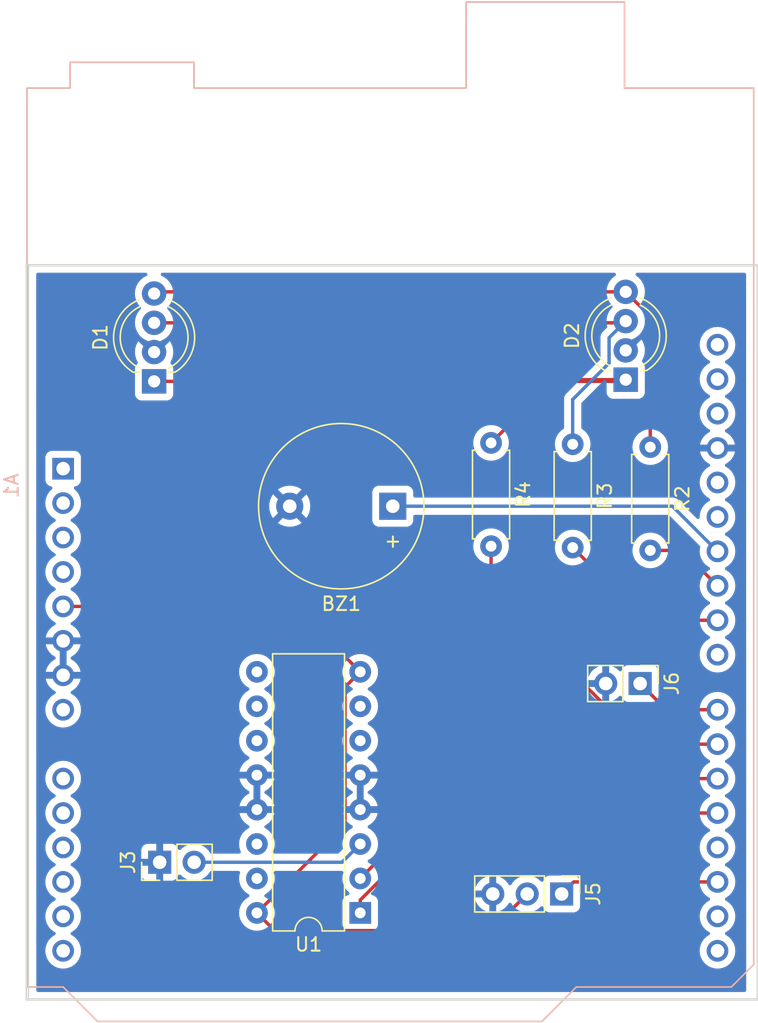
<source format=kicad_pcb>
(kicad_pcb (version 20211014) (generator pcbnew)
  (layers (0 "F.Cu" signal) (31 "B.Cu" signal) (34 "B.Paste" user) (35 "F.Paste" user) (36 "B.SilkS" user "B.Silkscreen") (37 "F.SilkS" user "F.Silkscreen") (38 "B.Mask" user) (39 "F.Mask" user) (44 "Edge.Cuts" user))
  (net 0 "")
  (net 1 "Net-(D1-Pad1)")
  (net 2 "GND")
  (net 3 "Net-(D1-Pad3)")
  (net 4 "Net-(D1-Pad4)")
  (net 5 "Net-(J3-Pad2)")
  (net 17 "/5v")
  (net 27 "/D2")
  (net 29 "/D4")
  (net 30 "/PWM5")
  (net 31 "/PWM6")
  (net 32 "/D7")
  (net 34 "/PWM9")
  (net 35 "/pwm10")
  (net 36 "/pwm11")
  (footprint "LED_THT:LED_D5.0mm-4_RGB_Wide_Pins" (layer "F.Cu") (at 116.038 70.542 90)
    (fp_text reference "D1" (at 3.2385 -3.96 90) (layer "F.SilkS"))
    (fp_text value "LED_BKGR")
    (fp_line (start 0.6785 1.08) (end 0.6785 1.545) (layer "F.SilkS") (width 0.12))
    (fp_line (start 0.6785 -1.545) (end 0.6785 -1.08) (layer "F.SilkS") (width 0.12))
    (fp_arc (start 6.026315 1.080827) (mid 3.496956 2.978808) (end 0.6785 1.54483) (layer "F.SilkS") (width 0.12))
    (fp_arc (start 5.492979 1.080429) (mid 3.238262 2.5) (end 0.983816 1.08) (layer "F.SilkS") (width 0.12))
    (fp_arc (start 0.983816 -1.08) (mid 3.238262 -2.5) (end 5.492979 -1.080429) (layer "F.SilkS") (width 0.12))
    (fp_arc (start 0.6785 -1.54483) (mid 3.496956 -2.978809) (end 6.026315 -1.080827) (layer "F.SilkS") (width 0.12))
    (pad "1" thru_hole rect (at 0 0 90) (size 1.8 1.8) (drill 0.9) (layers *.Cu *.Mask) (net 1 "Net-(D1-Pad1)"))
    (pad "2" thru_hole circle (at 2.159 0 90) (size 1.8 1.8) (drill 0.9) (layers *.Cu *.Mask) (net 2 "GND"))
    (pad "3" thru_hole circle (at 4.318 0 90) (size 1.8 1.8) (drill 0.9) (layers *.Cu *.Mask) (net 3 "Net-(D1-Pad3)"))
    (pad "4" thru_hole circle (at 6.477 0 90) (size 1.8 1.8) (drill 0.9) (layers *.Cu *.Mask) (net 4 "Net-(D1-Pad4)"))
  )
  (footprint "Resistor_THT:R_Axial_DIN0207_L6.3mm_D2.5mm_P7.62mm_Horizontal" (layer "F.Cu") (at 152.63 75.39 -90)
    (fp_text reference "R2" (at 3.81 -2.37 90) (layer "F.SilkS"))
    (fp_text value "R")
    (fp_line (start 0.54 1.37) (end 7.08 1.37) (layer "F.SilkS") (width 0.12))
    (fp_line (start 7.08 -1.37) (end 7.08 -1.04) (layer "F.SilkS") (width 0.12))
    (fp_line (start 0.54 1.04) (end 0.54 1.37) (layer "F.SilkS") (width 0.12))
    (fp_line (start 7.08 1.37) (end 7.08 1.04) (layer "F.SilkS") (width 0.12))
    (fp_line (start 0.54 -1.37) (end 7.08 -1.37) (layer "F.SilkS") (width 0.12))
    (fp_line (start 0.54 -1.04) (end 0.54 -1.37) (layer "F.SilkS") (width 0.12))
    (pad "1" thru_hole circle (at 0 0 270) (size 1.6 1.6) (drill 0.8) (layers *.Cu *.Mask) (net 4 "Net-(D1-Pad4)"))
    (pad "2" thru_hole oval (at 7.62 0 270) (size 1.6 1.6) (drill 0.8) (layers *.Cu *.Mask) (net 35 "/pwm10"))
  )
  (footprint "Connector_PinHeader_2.54mm:PinHeader_1x03_P2.54mm_Vertical" (layer "F.Cu") (at 146.095 108.35 -90)
    (fp_text reference "J5" (at 0 -2.33 90) (layer "F.SilkS"))
    (fp_text value "Conn_01x03")
    (fp_line (start 1.33 1.27) (end 1.33 6.41) (layer "F.SilkS") (width 0.12))
    (fp_line (start -1.33 6.41) (end 1.33 6.41) (layer "F.SilkS") (width 0.12))
    (fp_line (start -1.33 1.27) (end -1.33 6.41) (layer "F.SilkS") (width 0.12))
    (fp_line (start -1.33 1.27) (end 1.33 1.27) (layer "F.SilkS") (width 0.12))
    (fp_line (start -1.33 -1.33) (end 0 -1.33) (layer "F.SilkS") (width 0.12))
    (fp_line (start -1.33 0) (end -1.33 -1.33) (layer "F.SilkS") (width 0.12))
    (pad "1" thru_hole rect (at 0 0 270) (size 1.7 1.7) (drill 1) (layers *.Cu *.Mask) (net 27 "/D2"))
    (pad "2" thru_hole oval (at 0 2.54 270) (size 1.7 1.7) (drill 1) (layers *.Cu *.Mask) (net 17 "/5v"))
    (pad "3" thru_hole oval (at 0 5.08 270) (size 1.7 1.7) (drill 1) (layers *.Cu *.Mask) (net 2 "GND"))
  )
  (footprint "Resistor_THT:R_Axial_DIN0207_L6.3mm_D2.5mm_P7.62mm_Horizontal" (layer "F.Cu") (at 146.91 75.18 -90)
    (fp_text reference "R3" (at 3.81 -2.37 90) (layer "F.SilkS"))
    (fp_text value "R")
    (fp_line (start 7.08 -1.37) (end 7.08 -1.04) (layer "F.SilkS") (width 0.12))
    (fp_line (start 0.54 1.37) (end 7.08 1.37) (layer "F.SilkS") (width 0.12))
    (fp_line (start 0.54 1.04) (end 0.54 1.37) (layer "F.SilkS") (width 0.12))
    (fp_line (start 0.54 -1.04) (end 0.54 -1.37) (layer "F.SilkS") (width 0.12))
    (fp_line (start 7.08 1.37) (end 7.08 1.04) (layer "F.SilkS") (width 0.12))
    (fp_line (start 0.54 -1.37) (end 7.08 -1.37) (layer "F.SilkS") (width 0.12))
    (pad "1" thru_hole circle (at 0 0 270) (size 1.6 1.6) (drill 0.8) (layers *.Cu *.Mask) (net 3 "Net-(D1-Pad3)"))
    (pad "2" thru_hole oval (at 7.62 0 270) (size 1.6 1.6) (drill 0.8) (layers *.Cu *.Mask) (net 34 "/PWM9"))
  )
  (footprint "Buzzer_Beeper:Buzzer_12x9.5RM7.6" (layer "F.Cu") (at 133.64 79.75 180)
    (fp_text reference "BZ1" (at 3.8 -7.2) (layer "F.SilkS"))
    (fp_text value "Buzzer")
    (fp_text user "+" (at -0.01 -2.54) (layer "F.SilkS"))
    (fp_circle (center 3.8 0) (end 9.9 0) (layer "F.SilkS") (width 0.12) (fill none))
    (pad "1" thru_hole rect (at 0 0 180) (size 2 2) (drill 1) (layers *.Cu *.Mask) (net 36 "/pwm11"))
    (pad "2" thru_hole circle (at 7.6 0 180) (size 2 2) (drill 1) (layers *.Cu *.Mask) (net 2 "GND"))
  )
  (footprint "Package_DIP:DIP-16_W7.62mm" (layer "F.Cu") (at 131.24 109.745 180)
    (fp_text reference "U1" (at 3.81 -2.33) (layer "F.SilkS"))
    (fp_text value "L293")
    (fp_line (start 6.46 19.11) (end 6.46 -1.33) (layer "F.SilkS") (width 0.12))
    (fp_line (start 6.46 -1.33) (end 4.81 -1.33) (layer "F.SilkS") (width 0.12))
    (fp_line (start 1.16 19.11) (end 6.46 19.11) (layer "F.SilkS") (width 0.12))
    (fp_line (start 2.81 -1.33) (end 1.16 -1.33) (layer "F.SilkS") (width 0.12))
    (fp_line (start 1.16 -1.33) (end 1.16 19.11) (layer "F.SilkS") (width 0.12))
    (fp_arc (start 4.81 -1.33) (mid 3.81 -0.33) (end 2.81 -1.33) (layer "F.SilkS") (width 0.12))
    (pad "1" thru_hole rect (at 0 0 180) (size 1.6 1.6) (drill 0.8) (layers *.Cu *.Mask) (net 29 "/D4"))
    (pad "2" thru_hole oval (at 0 2.54 180) (size 1.6 1.6) (drill 0.8) (layers *.Cu *.Mask) (net 30 "/PWM5"))
    (pad "3" thru_hole oval (at 0 5.08 180) (size 1.6 1.6) (drill 0.8) (layers *.Cu *.Mask) (net 5 "Net-(J3-Pad2)"))
    (pad "4" thru_hole oval (at 0 7.62 180) (size 1.6 1.6) (drill 0.8) (layers *.Cu *.Mask) (net 2 "GND"))
    (pad "5" thru_hole oval (at 0 10.16 180) (size 1.6 1.6) (drill 0.8) (layers *.Cu *.Mask) (net 2 "GND"))
    (pad "6" thru_hole oval (at 0 12.7 180) (size 1.6 1.6) (drill 0.8) (layers *.Cu *.Mask))
    (pad "7" thru_hole oval (at 0 15.24 180) (size 1.6 1.6) (drill 0.8) (layers *.Cu *.Mask))
    (pad "8" thru_hole oval (at 0 17.78 180) (size 1.6 1.6) (drill 0.8) (layers *.Cu *.Mask) (net 17 "/5v"))
    (pad "9" thru_hole oval (at 7.62 17.78 180) (size 1.6 1.6) (drill 0.8) (layers *.Cu *.Mask))
    (pad "10" thru_hole oval (at 7.62 15.24 180) (size 1.6 1.6) (drill 0.8) (layers *.Cu *.Mask))
    (pad "11" thru_hole oval (at 7.62 12.7 180) (size 1.6 1.6) (drill 0.8) (layers *.Cu *.Mask))
    (pad "12" thru_hole oval (at 7.62 10.16 180) (size 1.6 1.6) (drill 0.8) (layers *.Cu *.Mask) (net 2 "GND"))
    (pad "13" thru_hole oval (at 7.62 7.62 180) (size 1.6 1.6) (drill 0.8) (layers *.Cu *.Mask) (net 2 "GND"))
    (pad "14" thru_hole oval (at 7.62 5.08 180) (size 1.6 1.6) (drill 0.8) (layers *.Cu *.Mask))
    (pad "15" thru_hole oval (at 7.62 2.54 180) (size 1.6 1.6) (drill 0.8) (layers *.Cu *.Mask))
    (pad "16" thru_hole oval (at 7.62 0 180) (size 1.6 1.6) (drill 0.8) (layers *.Cu *.Mask) (net 17 "/5v"))
  )
  (footprint "Connector_PinHeader_2.54mm:PinHeader_1x02_P2.54mm_Vertical" (layer "F.Cu") (at 151.885 92.83 -90)
    (fp_text reference "J6" (at 0 -2.33 90) (layer "F.SilkS"))
    (fp_text value "Conn_01x02")
    (fp_line (start 1.33 1.27) (end 1.33 3.87) (layer "F.SilkS") (width 0.12))
    (fp_line (start -1.33 1.27) (end 1.33 1.27) (layer "F.SilkS") (width 0.12))
    (fp_line (start -1.33 -1.33) (end 0 -1.33) (layer "F.SilkS") (width 0.12))
    (fp_line (start -1.33 1.27) (end -1.33 3.87) (layer "F.SilkS") (width 0.12))
    (fp_line (start -1.33 0) (end -1.33 -1.33) (layer "F.SilkS") (width 0.12))
    (fp_line (start -1.33 3.87) (end 1.33 3.87) (layer "F.SilkS") (width 0.12))
    (pad "1" thru_hole rect (at 0 0 270) (size 1.7 1.7) (drill 1) (layers *.Cu *.Mask) (net 32 "/D7"))
    (pad "2" thru_hole oval (at 0 2.54 270) (size 1.7 1.7) (drill 1) (layers *.Cu *.Mask) (net 2 "GND"))
  )
  (footprint "Connector_PinHeader_2.54mm:PinHeader_1x02_P2.54mm_Vertical" (layer "F.Cu") (at 116.45 106.01 90)
    (fp_text reference "J3" (at 0 -2.33 90) (layer "F.SilkS"))
    (fp_text value "Conn_01x02")
    (fp_line (start -1.33 -1.33) (end 0 -1.33) (layer "F.SilkS") (width 0.12))
    (fp_line (start -1.33 1.27) (end 1.33 1.27) (layer "F.SilkS") (width 0.12))
    (fp_line (start -1.33 3.87) (end 1.33 3.87) (layer "F.SilkS") (width 0.12))
    (fp_line (start -1.33 0) (end -1.33 -1.33) (layer "F.SilkS") (width 0.12))
    (fp_line (start 1.33 1.27) (end 1.33 3.87) (layer "F.SilkS") (width 0.12))
    (fp_line (start -1.33 1.27) (end -1.33 3.87) (layer "F.SilkS") (width 0.12))
    (pad "1" thru_hole rect (at 0 0 90) (size 1.7 1.7) (drill 1) (layers *.Cu *.Mask) (net 2 "GND"))
    (pad "2" thru_hole oval (at 0 2.54 90) (size 1.7 1.7) (drill 1) (layers *.Cu *.Mask) (net 5 "Net-(J3-Pad2)"))
  )
  (footprint "Resistor_THT:R_Axial_DIN0207_L6.3mm_D2.5mm_P7.62mm_Horizontal" (layer "F.Cu") (at 140.89 75.08 -90)
    (fp_text reference "R4" (at 3.81 -2.37 90) (layer "F.SilkS"))
    (fp_text value "R")
    (fp_line (start 0.54 1.04) (end 0.54 1.37) (layer "F.SilkS") (width 0.12))
    (fp_line (start 0.54 -1.37) (end 7.08 -1.37) (layer "F.SilkS") (width 0.12))
    (fp_line (start 0.54 -1.04) (end 0.54 -1.37) (layer "F.SilkS") (width 0.12))
    (fp_line (start 0.54 1.37) (end 7.08 1.37) (layer "F.SilkS") (width 0.12))
    (fp_line (start 7.08 1.37) (end 7.08 1.04) (layer "F.SilkS") (width 0.12))
    (fp_line (start 7.08 -1.37) (end 7.08 -1.04) (layer "F.SilkS") (width 0.12))
    (pad "1" thru_hole circle (at 0 0 270) (size 1.6 1.6) (drill 0.8) (layers *.Cu *.Mask) (net 1 "Net-(D1-Pad1)"))
    (pad "2" thru_hole oval (at 7.62 0 270) (size 1.6 1.6) (drill 0.8) (layers *.Cu *.Mask) (net 31 "/PWM6"))
  )
  (footprint "LED_THT:LED_D5.0mm-4_RGB_Wide_Pins" (layer "F.Cu") (at 150.82 70.417 90)
    (fp_text reference "D2" (at 3.2385 -3.96 90) (layer "F.SilkS"))
    (fp_text value "LED_BKGR")
    (fp_line (start 0.6785 -1.545) (end 0.6785 -1.08) (layer "F.SilkS") (width 0.12))
    (fp_line (start 0.6785 1.08) (end 0.6785 1.545) (layer "F.SilkS") (width 0.12))
    (fp_arc (start 6.026315 1.080827) (mid 3.496956 2.978808) (end 0.6785 1.54483) (layer "F.SilkS") (width 0.12))
    (fp_arc (start 0.6785 -1.54483) (mid 3.496956 -2.978809) (end 6.026315 -1.080827) (layer "F.SilkS") (width 0.12))
    (fp_arc (start 5.492979 1.080429) (mid 3.238262 2.5) (end 0.983816 1.08) (layer "F.SilkS") (width 0.12))
    (fp_arc (start 0.983816 -1.08) (mid 3.238262 -2.5) (end 5.492979 -1.080429) (layer "F.SilkS") (width 0.12))
    (pad "1" thru_hole rect (at 0 0 90) (size 1.8 1.8) (drill 0.9) (layers *.Cu *.Mask) (net 1 "Net-(D1-Pad1)"))
    (pad "2" thru_hole circle (at 2.159 0 90) (size 1.8 1.8) (drill 0.9) (layers *.Cu *.Mask) (net 2 "GND"))
    (pad "3" thru_hole circle (at 4.318 0 90) (size 1.8 1.8) (drill 0.9) (layers *.Cu *.Mask) (net 3 "Net-(D1-Pad3)"))
    (pad "4" thru_hole circle (at 6.477 0 90) (size 1.8 1.8) (drill 0.9) (layers *.Cu *.Mask) (net 4 "Net-(D1-Pad4)"))
  )
  (footprint "Module:Arduino_UNO_R3" (layer "B.Cu") (at 109.33 76.98 -90)
    (fp_text reference "A1" (at 1.27 3.81 90) (layer "B.SilkS") (effects (justify mirror)))
    (fp_text value "Arduino_UNO_R3")
    (fp_line (start -28.07 -9.65) (end -28.07 -29.72) (layer "B.SilkS") (width 0.12))
    (fp_line (start -28.07 -29.72) (end -34.42 -29.72) (layer "B.SilkS") (width 0.12))
    (fp_line (start 38.23 -37.85) (end 40.77 -35.31) (layer "B.SilkS") (width 0.12))
    (fp_line (start 40.77 -35.31) (end 40.77 -2.54) (layer "B.SilkS") (width 0.12))
    (fp_line (start -34.42 -41.4) (end -28.07 -41.4) (layer "B.SilkS") (width 0.12))
    (fp_line (start -28.07 -50.93) (end 36.58 -50.93) (layer "B.SilkS") (width 0.12))
    (fp_line (start -28.07 2.67) (end -28.07 -0.51) (layer "B.SilkS") (width 0.12))
    (fp_line (start 36.58 -50.93) (end 38.23 -49.28) (layer "B.SilkS") (width 0.12))
    (fp_line (start -34.42 -29.72) (end -34.42 -41.4) (layer "B.SilkS") (width 0.12))
    (fp_line (start 38.23 2.67) (end -28.07 2.67) (layer "B.SilkS") (width 0.12))
    (fp_line (start -28.07 -0.51) (end -29.97 -0.51) (layer "B.SilkS") (width 0.12))
    (fp_line (start 38.23 0) (end 38.23 2.67) (layer "B.SilkS") (width 0.12))
    (fp_line (start 40.77 -2.54) (end 38.23 0) (layer "B.SilkS") (width 0.12))
    (fp_line (start -29.97 -9.65) (end -28.07 -9.65) (layer "B.SilkS") (width 0.12))
    (fp_line (start -28.07 -41.4) (end -28.07 -50.93) (layer "B.SilkS") (width 0.12))
    (fp_line (start 38.23 -49.28) (end 38.23 -37.85) (layer "B.SilkS") (width 0.12))
    (fp_line (start -29.97 -0.51) (end -29.97 -9.65) (layer "B.SilkS") (width 0.12))
    (pad "1" thru_hole rect (at 0 0 180) (size 1.6 1.6) (drill 1) (layers *.Cu *.Mask))
    (pad "2" thru_hole oval (at 2.54 0 180) (size 1.6 1.6) (drill 1) (layers *.Cu *.Mask))
    (pad "3" thru_hole oval (at 5.08 0 180) (size 1.6 1.6) (drill 1) (layers *.Cu *.Mask))
    (pad "4" thru_hole oval (at 7.62 0 180) (size 1.6 1.6) (drill 1) (layers *.Cu *.Mask))
    (pad "5" thru_hole oval (at 10.16 0 180) (size 1.6 1.6) (drill 1) (layers *.Cu *.Mask) (net 17 "/5v"))
    (pad "6" thru_hole oval (at 12.7 0 180) (size 1.6 1.6) (drill 1) (layers *.Cu *.Mask) (net 2 "GND"))
    (pad "7" thru_hole oval (at 15.24 0 180) (size 1.6 1.6) (drill 1) (layers *.Cu *.Mask) (net 2 "GND"))
    (pad "8" thru_hole oval (at 17.78 0 180) (size 1.6 1.6) (drill 1) (layers *.Cu *.Mask))
    (pad "9" thru_hole oval (at 22.86 0 180) (size 1.6 1.6) (drill 1) (layers *.Cu *.Mask))
    (pad "10" thru_hole oval (at 25.4 0 180) (size 1.6 1.6) (drill 1) (layers *.Cu *.Mask))
    (pad "11" thru_hole oval (at 27.94 0 180) (size 1.6 1.6) (drill 1) (layers *.Cu *.Mask))
    (pad "12" thru_hole oval (at 30.48 0 180) (size 1.6 1.6) (drill 1) (layers *.Cu *.Mask))
    (pad "13" thru_hole oval (at 33.02 0 180) (size 1.6 1.6) (drill 1) (layers *.Cu *.Mask))
    (pad "14" thru_hole oval (at 35.56 0 180) (size 1.6 1.6) (drill 1) (layers *.Cu *.Mask))
    (pad "15" thru_hole oval (at 35.56 -48.26 180) (size 1.6 1.6) (drill 1) (layers *.Cu *.Mask))
    (pad "16" thru_hole oval (at 33.02 -48.26 180) (size 1.6 1.6) (drill 1) (layers *.Cu *.Mask))
    (pad "17" thru_hole oval (at 30.48 -48.26 180) (size 1.6 1.6) (drill 1) (layers *.Cu *.Mask) (net 27 "/D2"))
    (pad "18" thru_hole oval (at 27.94 -48.26 180) (size 1.6 1.6) (drill 1) (layers *.Cu *.Mask))
    (pad "19" thru_hole oval (at 25.4 -48.26 180) (size 1.6 1.6) (drill 1) (layers *.Cu *.Mask) (net 29 "/D4"))
    (pad "20" thru_hole oval (at 22.86 -48.26 180) (size 1.6 1.6) (drill 1) (layers *.Cu *.Mask) (net 30 "/PWM5"))
    (pad "21" thru_hole oval (at 20.32 -48.26 180) (size 1.6 1.6) (drill 1) (layers *.Cu *.Mask) (net 31 "/PWM6"))
    (pad "22" thru_hole oval (at 17.78 -48.26 180) (size 1.6 1.6) (drill 1) (layers *.Cu *.Mask) (net 32 "/D7"))
    (pad "23" thru_hole oval (at 13.72 -48.26 180) (size 1.6 1.6) (drill 1) (layers *.Cu *.Mask))
    (pad "24" thru_hole oval (at 11.18 -48.26 180) (size 1.6 1.6) (drill 1) (layers *.Cu *.Mask) (net 34 "/PWM9"))
    (pad "25" thru_hole oval (at 8.64 -48.26 180) (size 1.6 1.6) (drill 1) (layers *.Cu *.Mask) (net 35 "/pwm10"))
    (pad "26" thru_hole oval (at 6.1 -48.26 180) (size 1.6 1.6) (drill 1) (layers *.Cu *.Mask) (net 36 "/pwm11"))
    (pad "27" thru_hole oval (at 3.56 -48.26 180) (size 1.6 1.6) (drill 1) (layers *.Cu *.Mask))
    (pad "28" thru_hole oval (at 1.02 -48.26 180) (size 1.6 1.6) (drill 1) (layers *.Cu *.Mask))
    (pad "29" thru_hole oval (at -1.52 -48.26 180) (size 1.6 1.6) (drill 1) (layers *.Cu *.Mask) (net 2 "GND"))
    (pad "30" thru_hole oval (at -4.06 -48.26 180) (size 1.6 1.6) (drill 1) (layers *.Cu *.Mask))
    (pad "31" thru_hole oval (at -6.6 -48.26 180) (size 1.6 1.6) (drill 1) (layers *.Cu *.Mask))
    (pad "32" thru_hole oval (at -9.14 -48.26 180) (size 1.6 1.6) (drill 1) (layers *.Cu *.Mask))
  )
  (gr_rect (start 106.61 61.94) (end 160.53 116.17) (layer "Edge.Cuts") (width 0.1) (fill none))
  (gr_rect (start 106.77 62.02) (end 160.53 116.09) (layer "Edge.Cuts") (width 0.1) (fill none))
  (segment (start 116.038 70.542) (end 150.695 70.542) (width 0.25) (layer "F.Cu") (net 1))
  (segment (start 150.695 70.542) (end 150.82 70.417) (width 0.25) (layer "F.Cu") (net 1))
  (segment (start 145.553 70.417) (end 150.82 70.417) (width 0.25) (layer "F.Cu") (net 1))
  (segment (start 140.89 75.08) (end 145.553 70.417) (width 0.25) (layer "F.Cu") (net 1))
  (segment (start 150.695 66.224) (end 150.82 66.099) (width 0.25) (layer "F.Cu") (net 3))
  (segment (start 116.038 66.224) (end 150.695 66.224) (width 0.25) (layer "F.Cu") (net 3))
  (segment (start 146.91 75.18) (end 146.91 71.877) (width 0.25) (layer "B.Cu") (net 3))
  (segment (start 149.595 69.192) (end 149.595 67.324) (width 0.25) (layer "B.Cu") (net 3))
  (segment (start 146.91 71.877) (end 149.595 69.192) (width 0.25) (layer "B.Cu") (net 3))
  (segment (start 149.595 67.324) (end 150.82 66.099) (width 0.25) (layer "B.Cu") (net 3))
  (segment (start 152.63 65.75) (end 150.82 63.94) (width 0.25) (layer "F.Cu") (net 4))
  (segment (start 150.82 63.94) (end 116.163 63.94) (width 0.25) (layer "F.Cu") (net 4))
  (segment (start 116.163 63.94) (end 116.038 64.065) (width 0.25) (layer "F.Cu") (net 4))
  (segment (start 152.63 75.39) (end 152.63 65.75) (width 0.25) (layer "F.Cu") (net 4))
  (segment (start 131.24 104.665) (end 129.895 106.01) (width 0.25) (layer "B.Cu") (net 5))
  (segment (start 129.895 106.01) (end 118.99 106.01) (width 0.25) (layer "B.Cu") (net 5))
  (segment (start 143.555 108.35) (end 140.855 111.05) (width 0.25) (layer "F.Cu") (net 17))
  (segment (start 140.855 111.05) (end 124.925 111.05) (width 0.25) (layer "F.Cu") (net 17))
  (segment (start 126.415 87.14) (end 131.24 91.965) (width 0.25) (layer "F.Cu") (net 17))
  (segment (start 123.62 109.745) (end 130.115 103.25) (width 0.25) (layer "F.Cu") (net 17))
  (segment (start 124.925 111.05) (end 123.62 109.745) (width 0.25) (layer "F.Cu") (net 17))
  (segment (start 130.115 93.09) (end 131.24 91.965) (width 0.25) (layer "F.Cu") (net 17))
  (segment (start 109.33 87.14) (end 126.415 87.14) (width 0.25) (layer "F.Cu") (net 17))
  (segment (start 130.115 103.25) (end 130.115 93.09) (width 0.25) (layer "F.Cu") (net 17))
  (segment (start 157.59 107.46) (end 146.985 107.46) (width 0.25) (layer "F.Cu") (net 27))
  (segment (start 146.985 107.46) (end 146.095 108.35) (width 0.25) (layer "F.Cu") (net 27))
  (segment (start 157.59 102.38) (end 137.655991 102.38) (width 0.25) (layer "F.Cu") (net 29))
  (segment (start 131.24 108.795991) (end 131.24 109.745) (width 0.25) (layer "F.Cu") (net 29))
  (segment (start 137.655991 102.38) (end 131.24 108.795991) (width 0.25) (layer "F.Cu") (net 29))
  (segment (start 138.605 99.84) (end 131.24 107.205) (width 0.25) (layer "F.Cu") (net 30))
  (segment (start 157.59 99.84) (end 138.605 99.84) (width 0.25) (layer "F.Cu") (net 30))
  (segment (start 140.89 82.7) (end 140.89 86.036701) (width 0.25) (layer "F.Cu") (net 31))
  (segment (start 140.89 86.036701) (end 152.153299 97.3) (width 0.25) (layer "F.Cu") (net 31))
  (segment (start 152.153299 97.3) (end 157.59 97.3) (width 0.25) (layer "F.Cu") (net 31))
  (segment (start 157.59 94.76) (end 153.815 94.76) (width 0.25) (layer "F.Cu") (net 32))
  (segment (start 153.815 94.76) (end 151.885 92.83) (width 0.25) (layer "F.Cu") (net 32))
  (segment (start 146.91 82.8) (end 152.27 88.16) (width 0.25) (layer "F.Cu") (net 34))
  (segment (start 152.27 88.16) (end 157.59 88.16) (width 0.25) (layer "F.Cu") (net 34))
  (segment (start 152.63 83.01) (end 154.98 83.01) (width 0.25) (layer "F.Cu") (net 35))
  (segment (start 154.98 83.01) (end 157.59 85.62) (width 0.25) (layer "F.Cu") (net 35))
  (segment (start 157.59 83.08) (end 154.26 79.75) (width 0.25) (layer "B.Cu") (net 36))
  (segment (start 154.26 79.75) (end 133.64 79.75) (width 0.25) (layer "B.Cu") (net 36))
  (zone (net 2) (net_name "GND") (layer "B.Cu") (connect_pads (clearance 0.508)) (min_thickness 0.254) (fill yes (thermal_gap 0.508) (thermal_bridge_width 0.508))
    (polygon (pts (xy 159.709577 115.909917) (xy 107.349577 116.139917) (xy 107.34 61.83) (xy 159.7 61.37)))
  )
)
</source>
